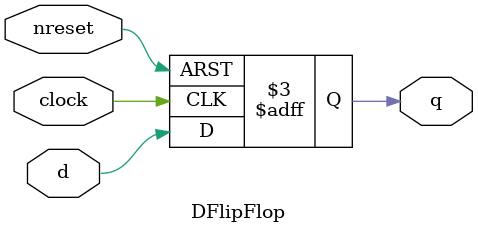
<source format=v>
`timescale 1ns / 1ps


module DFlipFlop(
    output reg q,
    input wire clock,
    input wire nreset,
    input wire d
    );
    always @(posedge clock,negedge nreset) begin
        if(nreset == 0) begin
            q <= 0;
        end else begin
            q <= d;
        end
    end
endmodule
</source>
